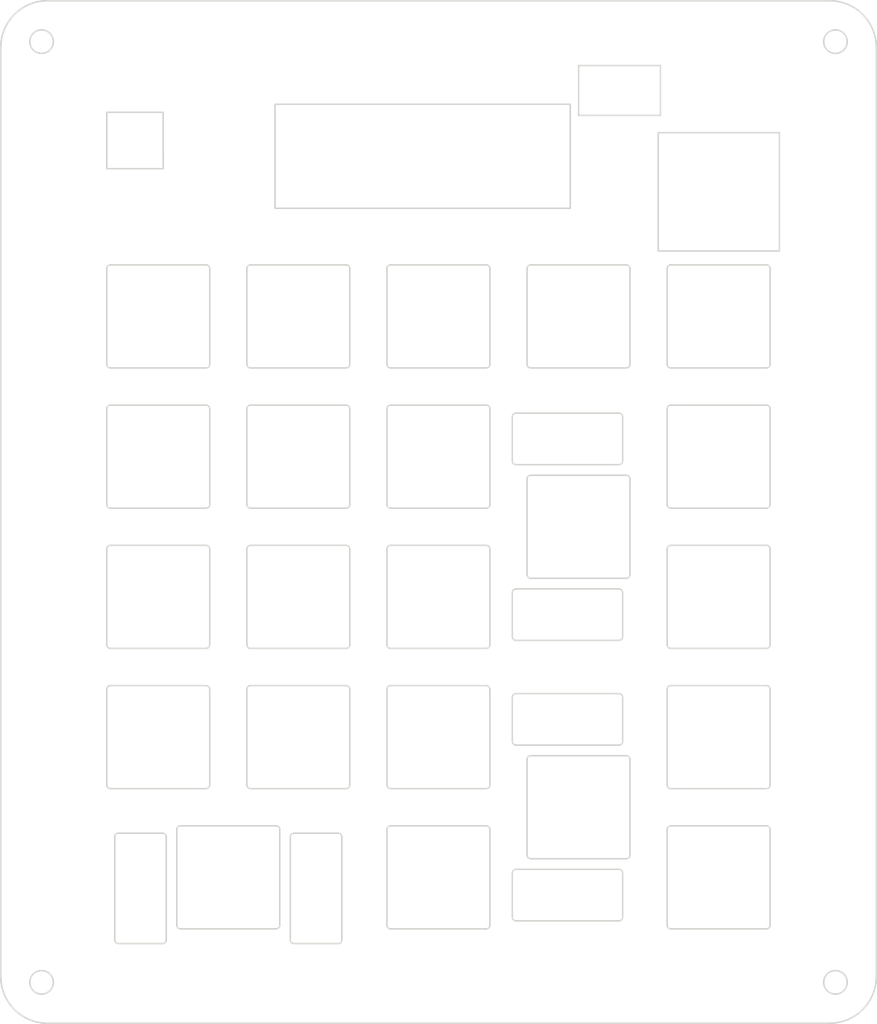
<source format=kicad_pcb>
(kicad_pcb (version 20211014) (generator pcbnew)

  (general
    (thickness 1.6)
  )

  (paper "A4")
  (layers
    (0 "F.Cu" signal)
    (31 "B.Cu" signal)
    (32 "B.Adhes" user "B.Adhesive")
    (33 "F.Adhes" user "F.Adhesive")
    (34 "B.Paste" user)
    (35 "F.Paste" user)
    (36 "B.SilkS" user "B.Silkscreen")
    (37 "F.SilkS" user "F.Silkscreen")
    (38 "B.Mask" user)
    (39 "F.Mask" user)
    (40 "Dwgs.User" user "User.Drawings")
    (41 "Cmts.User" user "User.Comments")
    (42 "Eco1.User" user "User.Eco1")
    (43 "Eco2.User" user "User.Eco2")
    (44 "Edge.Cuts" user)
    (45 "Margin" user)
    (46 "B.CrtYd" user "B.Courtyard")
    (47 "F.CrtYd" user "F.Courtyard")
    (48 "B.Fab" user)
    (49 "F.Fab" user)
    (50 "User.1" user)
    (51 "User.2" user)
    (52 "User.3" user)
    (53 "User.4" user)
    (54 "User.5" user)
    (55 "User.6" user)
    (56 "User.7" user)
    (57 "User.8" user)
    (58 "User.9" user)
  )

  (setup
    (stackup
      (layer "F.SilkS" (type "Top Silk Screen"))
      (layer "F.Paste" (type "Top Solder Paste"))
      (layer "F.Mask" (type "Top Solder Mask") (thickness 0.01))
      (layer "F.Cu" (type "copper") (thickness 0.035))
      (layer "dielectric 1" (type "core") (thickness 1.51) (material "FR4") (epsilon_r 4.5) (loss_tangent 0.02))
      (layer "B.Cu" (type "copper") (thickness 0.035))
      (layer "B.Mask" (type "Bottom Solder Mask") (thickness 0.01))
      (layer "B.Paste" (type "Bottom Solder Paste"))
      (layer "B.SilkS" (type "Bottom Silk Screen"))
      (copper_finish "None")
      (dielectric_constraints no)
    )
    (pad_to_mask_clearance 0)
    (pcbplotparams
      (layerselection 0x0001000_7ffffffe)
      (disableapertmacros false)
      (usegerberextensions true)
      (usegerberattributes false)
      (usegerberadvancedattributes true)
      (creategerberjobfile false)
      (svguseinch false)
      (svgprecision 6)
      (excludeedgelayer true)
      (plotframeref false)
      (viasonmask false)
      (mode 1)
      (useauxorigin false)
      (hpglpennumber 1)
      (hpglpenspeed 20)
      (hpglpendiameter 15.000000)
      (dxfpolygonmode true)
      (dxfimperialunits true)
      (dxfusepcbnewfont true)
      (psnegative false)
      (psa4output false)
      (plotreference true)
      (plotvalue true)
      (plotinvisibletext false)
      (sketchpadsonfab false)
      (subtractmaskfromsilk true)
      (outputformat 3)
      (mirror false)
      (drillshape 0)
      (scaleselection 1)
      (outputdirectory "../")
    )
  )

  (net 0 "")

  (gr_arc (start 121.82485 70.678575) (mid 121.471297 70.532128) (end 121.32485 70.178575) (layer "Edge.Cuts") (width 0.2) (tstamp 0045ef71-cf98-45ad-8259-bc0c09d5afdf))
  (gr_arc (start 102.77485 127.828575) (mid 102.421297 127.682128) (end 102.27485 127.328575) (layer "Edge.Cuts") (width 0.2) (tstamp 009d29b2-89dc-4e25-8c46-1f284b9816d6))
  (gr_line (start 140.37485 95.278575) (end 140.37485 108.278575) (layer "Edge.Cuts") (width 0.2) (tstamp 02752a7f-7989-4274-af3b-43b19343672b))
  (gr_line (start 102.77485 70.678575) (end 115.77485 70.678575) (layer "Edge.Cuts") (width 0.2) (tstamp 0318cba4-faa5-4a6c-ad54-52c5de3cf2cc))
  (gr_line (start 178.47485 57.178575) (end 178.47485 70.178575) (layer "Edge.Cuts") (width 0.2) (tstamp 04450dd5-905f-4ff7-a8c8-93a2154e5e28))
  (gr_line (start 125.14885 34.861375) (end 125.14885 48.990375) (layer "Edge.Cuts") (width 0.2) (tstamp 04a36095-3c5e-4dbb-a311-50acc8d62333))
  (gr_arc (start 159.92485 137.353575) (mid 159.571297 137.207128) (end 159.42485 136.853575) (layer "Edge.Cuts") (width 0.2) (tstamp 04d88d7a-5848-4fe3-a849-142614636bb5))
  (gr_arc (start 172.92485 85.253575) (mid 173.278403 85.400022) (end 173.42485 85.753575) (layer "Edge.Cuts") (width 0.2) (tstamp 05853041-b775-40b7-ac30-5910f9aa0308))
  (gr_arc (start 192.47485 127.328575) (mid 192.328403 127.682128) (end 191.97485 127.828575) (layer "Edge.Cuts") (width 0.2) (tstamp 0613c106-8f40-4145-a011-3172827974cc))
  (gr_line (start 102.27485 57.178575) (end 102.27485 70.178575) (layer "Edge.Cuts") (width 0.2) (tstamp 08758c61-5f69-4a8e-bacc-771f9471b18b))
  (gr_line (start 192.47485 95.278575) (end 192.47485 108.278575) (layer "Edge.Cuts") (width 0.2) (tstamp 09cade0f-5125-48d2-aa2f-08488a2b8488))
  (gr_circle (center 93.41485 26.349325) (end 95.01485 26.349325) (layer "Edge.Cuts") (width 0.2) (fill none) (tstamp 0ce594eb-5d34-4808-8df5-bc55ae8dc344))
  (gr_arc (start 178.47485 133.378575) (mid 178.621297 133.025022) (end 178.97485 132.878575) (layer "Edge.Cuts") (width 0.2) (tstamp 0dbfdcb4-a298-4983-99fd-e5d2d7647746))
  (gr_arc (start 140.87485 89.728575) (mid 140.521297 89.582128) (end 140.37485 89.228575) (layer "Edge.Cuts") (width 0.2) (tstamp 0de21636-2ab6-4aa0-bad0-edffd66076ed))
  (gr_line (start 102.27945 35.953575) (end 109.94085 35.953575) (layer "Edge.Cuts") (width 0.2) (tstamp 1021fc55-795f-4643-9198-c0844b009c33))
  (gr_arc (start 157.42485 101.191575) (mid 157.571297 100.838022) (end 157.92485 100.691575) (layer "Edge.Cuts") (width 0.2) (tstamp 112d5398-3e47-4b9f-896f-3b9931ae4f79))
  (gr_arc (start 171.92485 100.691575) (mid 172.278403 100.838022) (end 172.42485 101.191575) (layer "Edge.Cuts") (width 0.2) (tstamp 11f24407-2876-4128-a4fb-d27da5676a83))
  (gr_line (start 178.97485 75.728575) (end 191.97485 75.728575) (layer "Edge.Cuts") (width 0.2) (tstamp 1234815c-174b-495b-afa4-1b86d7caa9e5))
  (gr_arc (start 157.92485 121.915575) (mid 157.571297 121.769128) (end 157.42485 121.415575) (layer "Edge.Cuts") (width 0.2) (tstamp 1362573c-a977-4377-9430-bfe8f33cd1f8))
  (gr_arc (start 134.82485 75.728575) (mid 135.178403 75.875022) (end 135.32485 76.228575) (layer "Edge.Cuts") (width 0.2) (tstamp 16f93d5e-9367-4792-989e-5bdb252389a1))
  (gr_line (start 171.92485 107.691575) (end 157.92485 107.691575) (layer "Edge.Cuts") (width 0.2) (tstamp 175b8019-2268-45c4-a373-b888b0043bf0))
  (gr_arc (start 159.92485 70.678575) (mid 159.571297 70.532128) (end 159.42485 70.178575) (layer "Edge.Cuts") (width 0.2) (tstamp 17ca6a75-dd1e-41da-a2b5-c46317e8fd78))
  (gr_line (start 193.74485 38.712775) (end 193.74485 54.790975) (layer "Edge.Cuts") (width 0.2) (tstamp 18ad3e7f-22a8-4cde-8f2e-2a006c66fc64))
  (gr_arc (start 140.37485 76.228575) (mid 140.521297 75.875022) (end 140.87485 75.728575) (layer "Edge.Cuts") (width 0.2) (tstamp 1bcd87d0-e8e2-4b56-97d5-17635e63d9d2))
  (gr_line (start 125.79985 133.378575) (end 125.79985 146.378575) (layer "Edge.Cuts") (width 0.2) (tstamp 1c096893-606b-49bf-8059-1371a28d7f81))
  (gr_arc (start 159.92485 99.253575) (mid 159.571297 99.107128) (end 159.42485 98.753575) (layer "Edge.Cuts") (width 0.2) (tstamp 1da27f82-d437-45ce-aacc-0571b3941a4c))
  (gr_arc (start 173.42485 70.178575) (mid 173.278403 70.532128) (end 172.92485 70.678575) (layer "Edge.Cuts") (width 0.2) (tstamp 1e40ea32-ffc2-4613-bd7e-17aa692cd1fa))
  (gr_line (start 112.29985 132.878575) (end 125.29985 132.878575) (layer "Edge.Cuts") (width 0.2) (tstamp 1f9ac579-3e18-4ea3-8797-a395dfd8dc29))
  (gr_arc (start 134.82485 56.678575) (mid 135.178403 56.825022) (end 135.32485 57.178575) (layer "Edge.Cuts") (width 0.2) (tstamp 20059f5c-9d6a-47ca-a521-6d699f75066b))
  (gr_arc (start 173.42485 136.853575) (mid 173.278403 137.207128) (end 172.92485 137.353575) (layer "Edge.Cuts") (width 0.2) (tstamp 22b95165-55c6-48c9-86d7-dc872ffba462))
  (gr_line (start 121.82485 127.828575) (end 134.82485 127.828575) (layer "Edge.Cuts") (width 0.2) (tstamp 25e8ec2f-0bc3-476c-9c05-bda7db69ec2f))
  (gr_line (start 177.26025 38.712775) (end 193.74485 38.712775) (layer "Edge.Cuts") (width 0.2) (tstamp 26ee9056-dbbb-4c51-a257-7efaab3b7907))
  (gr_arc (start 192.47485 70.178575) (mid 192.328403 70.532128) (end 191.97485 70.678575) (layer "Edge.Cuts") (width 0.2) (tstamp 2758501d-5c49-4816-89b0-859bae1f2a3b))
  (gr_line (start 102.77485 127.828575) (end 115.77485 127.828575) (layer "Edge.Cuts") (width 0.2) (tstamp 27d97d0b-c64f-41e5-b5e3-225549394088))
  (gr_arc (start 121.32485 114.328575) (mid 121.471297 113.975022) (end 121.82485 113.828575) (layer "Edge.Cuts") (width 0.2) (tstamp 28255a21-9e47-491c-84fc-9f7c3d8e870f))
  (gr_arc (start 172.42485 83.315575) (mid 172.278403 83.669128) (end 171.92485 83.815575) (layer "Edge.Cuts") (width 0.2) (tstamp 2a005c17-8627-470f-ac73-2584868f3a02))
  (gr_arc (start 140.37485 114.328575) (mid 140.521297 113.975022) (end 140.87485 113.828575) (layer "Edge.Cuts") (width 0.2) (tstamp 2abc2d75-754b-4968-a64c-8b61ae137cab))
  (gr_line (start 103.86185 148.878575) (end 109.86185 148.878575) (layer "Edge.Cuts") (width 0.2) (tstamp 2bbb5315-ed88-4ceb-a4d4-827317e4b93b))
  (gr_line (start 171.92485 76.815575) (end 157.92485 76.815575) (layer "Edge.Cuts") (width 0.2) (tstamp 2f7ff472-5810-4135-8d39-fcb7bfd1cd02))
  (gr_line (start 111.79985 133.378575) (end 111.79985 146.378575) (layer "Edge.Cuts") (width 0.2) (tstamp 2fd4370b-d5f6-464a-a20d-99c058d53f05))
  (gr_line (start 178.97485 146.878575) (end 191.97485 146.878575) (layer "Edge.Cuts") (width 0.2) (tstamp 2fd66b4c-da07-4c1a-a14a-6f64821d3c94))
  (gr_line (start 192.47485 133.378575) (end 192.47485 146.378575) (layer "Edge.Cuts") (width 0.2) (tstamp 30a5ded2-8eac-4f21-aa8b-a97dc8da673b))
  (gr_arc (start 153.87485 75.728575) (mid 154.228403 75.875022) (end 154.37485 76.228575) (layer "Edge.Cuts") (width 0.2) (tstamp 326dcd7b-3451-4750-b237-8142883e8ef0))
  (gr_arc (start 140.37485 133.378575) (mid 140.521297 133.025022) (end 140.87485 132.878575) (layer "Edge.Cuts") (width 0.2) (tstamp 345dc83f-cd2f-4925-b709-c5028402b153))
  (gr_arc (start 103.86185 148.878575) (mid 103.508297 148.732128) (end 103.36185 148.378575) (layer "Edge.Cuts") (width 0.2) (tstamp 36c1c7c2-ca5b-4c97-92bd-5d94cc3c983d))
  (gr_line (start 172.42485 115.415575) (end 172.42485 121.415575) (layer "Edge.Cuts") (width 0.2) (tstamp 37d9ff01-153e-49c3-92d3-38155f69c0cc))
  (gr_line (start 172.92485 85.253575) (end 159.92485 85.253575) (layer "Edge.Cuts") (width 0.2) (tstamp 3857dbc9-22ee-41c8-a8be-8d0a492f1f51))
  (gr_arc (start 115.77485 94.778575) (mid 116.128403 94.925022) (end 116.27485 95.278575) (layer "Edge.Cuts") (width 0.2) (tstamp 398428a7-4fa0-40b2-bef4-fcc7ea514791))
  (gr_line (start 121.32485 76.228575) (end 121.32485 89.228575) (layer "Edge.Cuts") (width 0.2) (tstamp 39d0ea77-dded-4949-ac8f-ed8b5ea854c1))
  (gr_arc (start 200.5711 20.793075) (mid 205.061196 22.652965) (end 206.9211 27.143075) (layer "Edge.Cuts") (width 0.2) (tstamp 3a62839c-4540-46e8-b405-46f93e15c2ca))
  (gr_line (start 121.32485 57.178575) (end 121.32485 70.178575) (layer "Edge.Cuts") (width 0.2) (tstamp 3a68aa5e-fe70-4f06-b9a7-53c82fe643ee))
  (gr_line (start 121.32485 114.328575) (end 121.32485 127.328575) (layer "Edge.Cuts") (width 0.2) (tstamp 3c02df7b-7444-4792-9576-71f22000f19f))
  (gr_arc (start 159.42485 85.753575) (mid 159.571297 85.400022) (end 159.92485 85.253575) (layer "Edge.Cuts") (width 0.2) (tstamp 3c78ebd4-e4d3-420f-83fe-8e93e4f6aea2))
  (gr_line (start 87.8586 27.143075) (end 87.8586 153.349325) (layer "Edge.Cuts") (width 0.2) (tstamp 3d4492ca-ac2b-40cf-8fe1-7674e1a63bf4))
  (gr_arc (start 102.27485 114.328575) (mid 102.421297 113.975022) (end 102.77485 113.828575) (layer "Edge.Cuts") (width 0.2) (tstamp 3da8d90e-2a75-4519-a104-bdc912ee460a))
  (gr_line (start 102.27945 35.953575) (end 102.27945 43.589575) (layer "Edge.Cuts") (width 0.2) (tstamp 3dc13068-c166-4b12-a752-b0ff63561993))
  (gr_arc (start 157.42485 139.291575) (mid 157.571297 138.938022) (end 157.92485 138.791575) (layer "Edge.Cuts") (width 0.2) (tstamp 3e410ed8-5bf3-4f57-b6d5-83af856077d5))
  (gr_line (start 121.82485 94.778575) (end 134.82485 94.778575) (layer "Edge.Cuts") (width 0.2) (tstamp 3e689f47-aae5-41ab-8096-19509943c2ce))
  (gr_arc (start 191.97485 132.878575) (mid 192.328403 133.025022) (end 192.47485 133.378575) (layer "Edge.Cuts") (width 0.2) (tstamp 3feae2d3-5ad6-41df-9e2a-3ff26f97c91c))
  (gr_line (start 171.92485 100.691575) (end 157.92485 100.691575) (layer "Edge.Cuts") (width 0.2) (tstamp 4037730f-83c0-4c82-b5f5-01ef4d682bba))
  (gr_line (start 110.36185 134.378575) (end 110.36185 148.378575) (layer "Edge.Cuts") (width 0.2) (tstamp 41765c15-7b6a-4c19-957c-ed28ac321e18))
  (gr_line (start 154.37485 133.378575) (end 154.37485 146.378575) (layer "Edge.Cuts") (width 0.2) (tstamp 41e69fcc-da95-4c2f-8c64-546348c29a6b))
  (gr_arc (start 140.87485 108.778575) (mid 140.521297 108.632128) (end 140.37485 108.278575) (layer "Edge.Cuts") (width 0.2) (tstamp 421c1736-5b26-4d2d-a58f-484f9f3c79ba))
  (gr_line (start 154.37485 57.178575) (end 154.37485 70.178575) (layer "Edge.Cuts") (width 0.2) (tstamp 4379bd27-65c8-4ae5-b8f5-4ad1598d47bb))
  (gr_arc (start 153.87485 56.678575) (mid 154.228403 56.825022) (end 154.37485 57.178575) (layer "Edge.Cuts") (width 0.2) (tstamp 44c73839-daf0-48e1-bfd0-56daaf959be6))
  (gr_arc (start 178.97485 70.678575) (mid 178.621297 70.532128) (end 178.47485 70.178575) (layer "Edge.Cuts") (width 0.2) (tstamp 45a12842-dbfd-4833-9ddb-14a86185fe5b))
  (gr_arc (start 154.37485 146.378575) (mid 154.228403 146.732128) (end 153.87485 146.878575) (layer "Edge.Cuts") (width 0.2) (tstamp 47e1a0da-0f43-4607-a722-a4fc1aa7a713))
  (gr_line (start 121.82485 89.728575) (end 134.82485 89.728575) (layer "Edge.Cuts") (width 0.2) (tstamp 497d9e4b-5ff0-4aa3-b1a7-0d9227894a56))
  (gr_arc (start 172.42485 107.191575) (mid 172.278403 107.545128) (end 171.92485 107.691575) (layer "Edge.Cuts") (width 0.2) (tstamp 4b21e9bd-5cc7-4adc-880f-9acd82ead138))
  (gr_arc (start 116.27485 70.178575) (mid 116.128403 70.532128) (end 115.77485 70.678575) (layer "Edge.Cuts") (width 0.2) (tstamp 4b3adcf4-878d-4189-8b59-bfc298f81fec))
  (gr_arc (start 111.79985 133.378575) (mid 111.946297 133.025022) (end 112.29985 132.878575) (layer "Edge.Cuts") (width 0.2) (tstamp 4bb84f5e-801d-4098-8a15-e9b616eed857))
  (gr_circle (center 201.36485 26.349325) (end 202.96485 26.349325) (layer "Edge.Cuts") (width 0.2) (fill none) (tstamp 4bc074b6-b5f8-4b46-92ab-4ea6ae700489))
  (gr_line (start 140.87485 127.828575) (end 153.87485 127.828575) (layer "Edge.Cuts") (width 0.2) (tstamp 4c2b915d-68c0-4824-b862-28132eed8432))
  (gr_arc (start 191.97485 56.678575) (mid 192.328403 56.825022) (end 192.47485 57.178575) (layer "Edge.Cuts") (width 0.2) (tstamp 4c84aad5-0e24-41d2-92b3-eeb52dc4059c))
  (gr_line (start 127.73785 148.878575) (end 133.73785 148.878575) (layer "Edge.Cuts") (width 0.2) (tstamp 4cad95aa-39c1-4398-956a-f439b1e10553))
  (gr_arc (start 135.32485 127.328575) (mid 135.178403 127.682128) (end 134.82485 127.828575) (layer "Edge.Cuts") (width 0.2) (tstamp 4cec9d98-bb08-4a26-990e-9aba7e8a6288))
  (gr_line (start 103.86185 133.878575) (end 109.86185 133.878575) (layer "Edge.Cuts") (width 0.2) (tstamp 4db9e702-0dbb-4ebb-a034-8d899c496ce2))
  (gr_arc (start 159.42485 123.853575) (mid 159.571297 123.500022) (end 159.92485 123.353575) (layer "Edge.Cuts") (width 0.2) (tstamp 4ea2ce6a-1575-4c32-a78b-832f31dd9ddd))
  (gr_arc (start 115.77485 56.678575) (mid 116.128403 56.825022) (end 116.27485 57.178575) (layer "Edge.Cuts") (width 0.2) (tstamp 4ec38cda-6564-4bdf-84f5-487c5f965264))
  (gr_line (start 102.77485 113.828575) (end 115.77485 113.828575) (layer "Edge.Cuts") (width 0.2) (tstamp 4f60b613-45b4-4a11-8dd0-780b59d4ac5e))
  (gr_line (start 159.42485 85.753575) (end 159.42485 98.753575) (layer "Edge.Cuts") (width 0.2) (tstamp 50985524-3179-4725-a0b8-2259dd24edf5))
  (gr_arc (start 178.47485 57.178575) (mid 178.621297 56.825022) (end 178.97485 56.678575) (layer "Edge.Cuts") (width 0.2) (tstamp 50beb128-a39b-4b1b-95c6-9cb2d4d61ffd))
  (gr_line (start 178.97485 108.778575) (end 191.97485 108.778575) (layer "Edge.Cuts") (width 0.2) (tstamp 5137fbc2-c823-4e6c-8673-9cfefd060062))
  (gr_line (start 102.77485 108.778575) (end 115.77485 108.778575) (layer "Edge.Cuts") (width 0.2) (tstamp 51f5c8a1-6ad3-42ff-a9f6-092bf665912e))
  (gr_line (start 178.47485 95.278575) (end 178.47485 108.278575) (layer "Edge.Cuts") (width 0.2) (tstamp 530e3473-1776-42a2-88e9-66ac5d6530aa))
  (gr_line (start 157.42485 139.291575) (end 157.42485 145.291575) (layer "Edge.Cuts") (width 0.2) (tstamp 53d184b9-0bd9-4546-a699-25453ea6e270))
  (gr_arc (start 102.77485 70.678575) (mid 102.421297 70.532128) (end 102.27485 70.178575) (layer "Edge.Cuts") (width 0.2) (tstamp 545a9895-c818-4eb9-bfc9-9a549fabfd22))
  (gr_line (start 172.92485 123.353575) (end 159.92485 123.353575) (layer "Edge.Cuts") (width 0.2) (tstamp 548226d6-c5a5-45f7-bbed-f973c0152904))
  (gr_arc (start 172.92485 123.353575) (mid 173.278403 123.500022) (end 173.42485 123.853575) (layer "Edge.Cuts") (width 0.2) (tstamp 56c24d99-6209-4fa9-94c8-99e3b7e581c2))
  (gr_arc (start 154.37485 70.178575) (mid 154.228403 70.532128) (end 153.87485 70.678575) (layer "Edge.Cuts") (width 0.2) (tstamp 57a8f2e5-53e9-42ce-b684-c66512c24740))
  (gr_line (start 172.42485 101.191575) (end 172.42485 107.191575) (layer "Edge.Cuts") (width 0.2) (tstamp 58a63447-c9e7-4021-807c-e7b4c1c14fcd))
  (gr_line (start 140.87485 132.878575) (end 153.87485 132.878575) (layer "Edge.Cuts") (width 0.2) (tstamp 59db8461-cb94-42f9-8bd7-7e29924cb7d9))
  (gr_line (start 173.42485 85.753575) (end 173.42485 98.753575) (layer "Edge.Cuts") (width 0.2) (tstamp 5bb60472-237c-4c2e-925e-690fbcf18c3a))
  (gr_line (start 172.42485 77.315575) (end 172.42485 83.315575) (layer "Edge.Cuts") (width 0.2) (tstamp 5c5adcbb-483a-4616-9d48-67ed18c1ed30))
  (gr_line (start 121.32485 95.278575) (end 121.32485 108.278575) (layer "Edge.Cuts") (width 0.2) (tstamp 5cd0cd8d-8dc9-4698-b5e4-91f776cea5f2))
  (gr_line (start 159.92485 70.678575) (end 172.92485 70.678575) (layer "Edge.Cuts") (width 0.2) (tstamp 5ef1003a-b95e-4560-9800-fcb0cd7d0cdb))
  (gr_arc (start 127.23785 134.378575) (mid 127.384297 134.025022) (end 127.73785 133.878575) (layer "Edge.Cuts") (width 0.2) (tstamp 5f4ea3bc-7913-42d4-9ba8-a76f76f10139))
  (gr_line (start 159.92485 56.678575) (end 172.92485 56.678575) (layer "Edge.Cuts") (width 0.2) (tstamp 5f57a9ce-f877-4bae-ae39-d622794064f4))
  (gr_arc (start 121.82485 127.828575) (mid 121.471297 127.682128) (end 121.32485 127.328575) (layer "Edge.Cuts") (width 0.2) (tstamp 5f99fc5d-41ca-444c-9376-7d055b8ace12))
  (gr_line (start 167.53205 36.375975) (end 166.43985 36.375975) (layer "Edge.Cuts") (width 0.2) (tstamp 603b7b88-5d66-42f9-a98f-5acc65da140e))
  (gr_arc (start 178.97485 127.828575) (mid 178.621297 127.682128) (end 178.47485 127.328575) (layer "Edge.Cuts") (width 0.2) (tstamp 6048921c-e694-46b7-9be9-329aee3f8184))
  (gr_arc (start 140.37485 95.278575) (mid 140.521297 94.925022) (end 140.87485 94.778575) (layer "Edge.Cuts") (width 0.2) (tstamp 608b3570-3b3b-42ee-8260-1207376e24f9))
  (gr_line (start 177.56505 29.594175) (end 177.56505 36.375975) (layer "Edge.Cuts") (width 0.2) (tstamp 60b145cf-e776-4d0b-8a59-907d325ee932))
  (gr_line (start 134.23785 134.378575) (end 134.23785 148.378575) (layer "Edge.Cuts") (width 0.2) (tstamp 616a821d-431a-463a-aa00-d5fea860efc2))
  (gr_arc (start 157.92485 107.691575) (mid 157.571297 107.545128) (end 157.42485 107.191575) (layer "Edge.Cuts") (width 0.2) (tstamp 61b7732f-f26e-49a8-82db-bc9da2bb39d6))
  (gr_arc (start 157.42485 115.415575) (mid 157.571297 115.062022) (end 157.92485 114.915575) (layer "Edge.Cuts") (width 0.2) (tstamp 6292ba8f-f65a-472f-b604-8bdcb18f277c))
  (gr_line (start 192.47485 114.328575) (end 192.47485 127.328575) (layer "Edge.Cuts") (width 0.2) (tstamp 65d7e3b0-a10d-49d6-ac84-f309694db7ae))
  (gr_arc (start 153.87485 113.828575) (mid 154.228403 113.975022) (end 154.37485 114.328575) (layer "Edge.Cuts") (width 0.2) (tstamp 692c250d-1d45-4ead-aabe-e0a2d807ca75))
  (gr_line (start 127.23785 134.378575) (end 127.23785 148.378575) (layer "Edge.Cuts") (width 0.2) (tstamp 69e357b0-2163-4745-b96c-89b82a5fe3b4))
  (gr_line (start 116.27485 57.178575) (end 116.27485 70.178575) (layer "Edge.Cuts") (width 0.2) (tstamp 6b39dbde-5121-4d60-8211-6ce002b8ec32))
  (gr_arc (start 172.42485 121.415575) (mid 172.278403 121.769128) (end 171.92485 121.915575) (layer "Edge.Cuts") (width 0.2) (tstamp 6bae6221-4756-43ad-8282-0c9400fd746a))
  (gr_line (start 192.47485 76.228575) (end 192.47485 89.228575) (layer "Edge.Cuts") (width 0.2) (tstamp 6c23ccfb-70aa-473a-9928-f237435e5677))
  (gr_line (start 135.32485 57.178575) (end 135.32485 70.178575) (layer "Edge.Cuts") (width 0.2) (tstamp 6d00b5df-fe62-427f-bd3c-2272ee23fe79))
  (gr_line (start 171.92485 138.791575) (end 157.92485 138.791575) (layer "Edge.Cuts") (width 0.2) (tstamp 6efbdd0b-7c96-4727-a16f-56f1b2c45afa))
  (gr_line (start 121.82485 108.778575) (end 134.82485 108.778575) (layer "Edge.Cuts") (width 0.2) (tstamp 6fc50db1-1ad8-43d9-8776-90b98a9ec78a))
  (gr_line (start 172.92485 99.253575) (end 159.92485 99.253575) (layer "Edge.Cuts") (width 0.2) (tstamp 6fd16fd1-929b-4477-aa4a-690bda17c8d6))
  (gr_arc (start 140.37485 57.178575) (mid 140.521297 56.825022) (end 140.87485 56.678575) (layer "Edge.Cuts") (width 0.2) (tstamp 702e0187-97b3-4be7-ab6a-a95666836fac))
  (gr_line (start 140.87485 94.778575) (end 153.87485 94.778575) (layer "Edge.Cuts") (width 0.2) (tstamp 710f99df-d4af-47b2-8af5-9b61f210eebd))
  (gr_line (start 127.73785 133.878575) (end 133.73785 133.878575) (layer "Edge.Cuts") (width 0.2) (tstamp 71158d58-1c01-453b-be64-579bcd882812))
  (gr_arc (start 159.42485 57.178575) (mid 159.571297 56.825022) (end 159.92485 56.678575) (layer "Edge.Cuts") (width 0.2) (tstamp 720322a2-8f50-4f12-b882-0628196ddac4))
  (gr_line (start 159.42485 57.178575) (end 159.42485 70.178575) (layer "Edge.Cuts") (width 0.2) (tstamp 726757b9-54b7-4992-837a-362972a7d28f))
  (gr_arc (start 171.92485 114.915575) (mid 172.278403 115.062022) (end 172.42485 115.415575) (layer "Edge.Cuts") (width 0.2) (tstamp 73e76caf-c277-4514-8c69-dd4b02032594))
  (gr_line (start 178.97485 94.778575) (end 191.97485 94.778575) (layer "Edge.Cuts") (width 0.2) (tstamp 7747a7fb-15f5-4cb1-b470-ab2f561af073))
  (gr_line (start 140.37485 57.178575) (end 140.37485 70.178575) (layer "Edge.Cuts") (width 0.2) (tstamp 777d8987-6924-4800-a296-2addbd95a400))
  (gr_arc (start 102.27485 57.178575) (mid 102.421297 56.825022) (end 102.77485 56.678575) (layer "Edge.Cuts") (width 0.2) (tstamp 77b5fc38-d519-4288-a6a1-8840fe2d38fc))
  (gr_line (start 140.87485 113.828575) (end 153.87485 113.828575) (layer "Edge.Cuts") (width 0.2) (tstamp 7a831f6c-a3ee-404f-b60a-06c147e8d916))
  (gr_line (start 192.47485 57.178575) (end 192.47485 70.178575) (layer "Edge.Cuts") (width 0.2) (tstamp 7be2b4bb-e9cb-459e-af60-dacd9ec08e2a))
  (gr_arc (start 115.77485 75.728575) (mid 116.128403 75.875022) (end 116.27485 76.228575) (layer "Edge.Cuts") (width 0.2) (tstamp 7c2224c2-7d12-4f9a-9e92-6daac737d7f7))
  (gr_line (start 116.27485 76.228575) (end 116.27485 89.228575) (layer "Edge.Cuts") (width 0.2) (tstamp 7cdfa3b9-5306-44ba-8ac2-d5e8f31d7b80))
  (gr_arc (start 115.77485 113.828575) (mid 116.128403 113.975022) (end 116.27485 114.328575) (layer "Edge.Cuts") (width 0.2) (tstamp 7d6ea6be-73c0-464d-92ca-a984dbcda64b))
  (gr_arc (start 172.92485 56.678575) (mid 173.278403 56.825022) (end 173.42485 57.178575) (layer "Edge.Cuts") (width 0.2) (tstamp 7e7faf67-0639-48ae-9aae-aaa6a36702bd))
  (gr_arc (start 125.29985 132.878575) (mid 125.653403 133.025022) (end 125.79985 133.378575) (layer "Edge.Cuts") (width 0.2) (tstamp 7f2581bd-e75e-4c37-bf55-4c4c8322f6ff))
  (gr_line (start 121.82485 113.828575) (end 134.82485 113.828575) (layer "Edge.Cuts") (width 0.2) (tstamp 805950e6-7304-4e7f-8617-d65c7c50b983))
  (gr_line (start 177.26025 38.712775) (end 177.26025 54.790975) (layer "Edge.Cuts") (width 0.2) (tstamp 810201c1-e5e8-4c68-8585-bc4c93ee6cfc))
  (gr_arc (start 157.42485 77.315575) (mid 157.571297 76.962022) (end 157.92485 76.815575) (layer "Edge.Cuts") (width 0.2) (tstamp 823a7159-9c0d-48c3-a41c-a45249557f12))
  (gr_arc (start 192.47485 108.278575) (mid 192.328403 108.632128) (end 191.97485 108.778575) (layer "Edge.Cuts") (width 0.2) (tstamp 84099ba9-3e17-42e5-ad47-033e57439a8f))
  (gr_line (start 206.9211 153.349325) (end 206.9211 27.143075) (layer "Edge.Cuts") (width 0.2) (tstamp 881c1011-d8fa-4e1c-9753-b9b901198534))
  (gr_line (start 178.97485 56.678575) (end 191.97485 56.678575) (layer "Edge.Cuts") (width 0.2) (tstamp 88b7bdbc-ea4a-4ba8-929b-86a77288792a))
  (gr_arc (start 153.87485 94.778575) (mid 154.228403 94.925022) (end 154.37485 95.278575) (layer "Edge.Cuts") (width 0.2) (tstamp 890c06af-1f6a-47cb-a015-457a810c5320))
  (gr_arc (start 178.97485 108.778575) (mid 178.621297 108.632128) (end 178.47485 108.278575) (layer "Edge.Cuts") (width 0.2) (tstamp 8911792e-b224-475a-89b5-04fdd1afb520))
  (gr_line (start 154.37485 95.278575) (end 154.37485 108.278575) (layer "Edge.Cuts") (width 0.2) (tstamp 8975eb86-3426-49e5-ac4d-9e51deb2cfc1))
  (gr_line (start 172.42485 139.291575) (end 172.42485 145.291575) (layer "Edge.Cuts") (width 0.2) (tstamp 8d0cb817-ce53-4983-a521-dd49bb47980a))
  (gr_line (start 193.74485 54.790975) (end 177.26025 54.790975) (layer "Edge.Cuts") (width 0.2) (tstamp 8dae42e6-2829-4256-bd17-4703fe00fa4f))
  (gr_arc (start 140.87485 127.828575) (mid 140.521297 127.682128) (end 140.37485 127.328575) (layer "Edge.Cuts") (width 0.2) (tstamp 8e69feff-e73f-4414-b92a-d99607f49360))
  (gr_arc (start 192.47485 146.378575) (mid 192.328403 146.732128) (end 191.97485 146.878575) (layer "Edge.Cuts") (width 0.2) (tstamp 8efa1f20-249f-4152-b243-dc3cf391604d))
  (gr_arc (start 133.73785 133.878575) (mid 134.091403 134.025022) (end 134.23785 134.378575) (layer "Edge.Cuts") (width 0.2) (tstamp 91c58d86-a7ea-49cf-9e4a-d6c1413a028d))
  (gr_line (start 167.53205 29.594175) (end 177.56505 29.594175) (layer "Edge.Cuts") (width 0.2) (tstamp 91e39b2c-3d56-4e22-a679-e1e468cb7eeb))
  (gr_arc (start 171.92485 138.791575) (mid 172.278403 138.938022) (end 172.42485 139.291575) (layer "Edge.Cuts") (width 0.2) (tstamp 9215b940-1e73-470d-b92e-9f7a9a86c788))
  (gr_arc (start 109.86185 133.878575) (mid 110.215403 134.025022) (end 110.36185 134.378575) (layer "Edge.Cuts") (width 0.2) (tstamp 927b780d-e5b5-4092-b55e-5da76181fc50))
  (gr_arc (start 173.42485 98.753575) (mid 173.278403 99.107128) (end 172.92485 99.253575) (layer "Edge.Cuts") (width 0.2) (tstamp 949c03d8-e204-4948-85c0-1466dfd886fe))
  (gr_line (start 165.30345 48.990375) (end 165.30345 34.861375) (layer "Edge.Cuts") (width 0.2) (tstamp 95f66a94-ed30-4792-ac2a-677f2086e7a5))
  (gr_arc (start 191.97485 113.828575) (mid 192.328403 113.975022) (end 192.47485 114.328575) (layer "Edge.Cuts") (width 0.2) (tstamp 96328768-4cd0-4a3c-925e-9fa4831c332e))
  (gr_line (start 172.92485 137.353575) (end 159.92485 137.353575) (layer "Edge.Cuts") (width 0.2) (tstamp 963a7add-ab2b-43e6-aa5d-99fc109a0e5e))
  (gr_arc (start 116.27485 127.328575) (mid 116.128403 127.682128) (end 115.77485 127.828575) (layer "Edge.Cuts") (width 0.2) (tstamp 9808ccea-5fdc-4b08-b618-b186d15b4ba1))
  (gr_line (start 121.82485 70.678575) (end 134.82485 70.678575) (layer "Edge.Cuts") (width 0.2) (tstamp 98313618-d97e-4ea3-8d79-5a8200bb8c58))
  (gr_line (start 159.42485 123.853575) (end 159.42485 136.853575) (layer "Edge.Cuts") (width 0.2) (tstamp 98fd72be-d300-4c53-848a-4d7932f3e641))
  (gr_line (start 135.32485 95.278575) (end 135.32485 108.278575) (layer "Edge.Cuts") (width 0.2) (tstamp 9a9a7982-3a6f-4141-a8d6-fb1c9475622c))
  (gr_arc (start 94.2086 159.699325) (mid 89.718487 157.839438) (end 87.8586 153.349325) (layer "Edge.Cuts") (width 0.2) (tstamp 9ba5dd1b-ee89-465e-9b6f-224564a5701e))
  (gr_arc (start 191.97485 75.728575) (mid 192.328403 75.875022) (end 192.47485 76.228575) (layer "Edge.Cuts") (width 0.2) (tstamp 9c24028d-a019-4897-b28e-b388c129a6ae))
  (gr_line (start 140.87485 89.728575) (end 153.87485 89.728575) (layer "Edge.Cuts") (width 0.2) (tstamp a154a2e9-6c71-4919-b0b0-99f47c209275))
  (gr_line (start 178.47485 133.378575) (end 178.47485 146.378575) (layer "Edge.Cuts") (width 0.2) (tstamp a17d3f82-7d28-4277-ab3c-4979de035566))
  (gr_arc (start 191.97485 94.778575) (mid 192.328403 94.925022) (end 192.47485 95.278575) (layer "Edge.Cuts") (width 0.2) (tstamp a424c4ae-f33a-4d56-9170-5317949a02d9))
  (gr_arc (start 121.82485 108.778575) (mid 121.471297 108.632128) (end 121.32485 108.278575) (layer "Edge.Cuts") (width 0.2) (tstamp a58b52d6-d810-452b-be9c-2078c86feefe))
  (gr_arc (start 103.36185 134.378575) (mid 103.508297 134.025022) (end 103.86185 133.878575) (layer "Edge.Cuts") (width 0.2) (tstamp a5c9bf76-ee88-4bc0-aecf-f6bc75e2646c))
  (gr_line (start 171.92485 83.815575) (end 157.92485 83.815575) (layer "Edge.Cuts") (width 0.2) (tstamp a6cc57f0-4a07-46a1-93d2-7efd877b880b))
  (gr_line (start 121.82485 56.678575) (end 134.82485 56.678575) (layer "Edge.Cuts") (width 0.2) (tstamp a6e9c445-24d6-4e02-ab51-61be81f3b82b))
  (gr_arc (start 135.32485 89.228575) (mid 135.178403 89.582128) (end 134.82485 89.728575) (layer "Edge.Cuts") (width 0.2) (tstamp a75137b7-f687-4570-9ff0-7e39a0fb18e6))
  (gr_line (start 135.32485 114.328575) (end 135.32485 127.328575) (layer "Edge.Cuts") (width 0.2) (tstamp a89c6e05-db8b-4363-9a8d-1028212a4321))
  (gr_arc (start 154.37485 127.328575) (mid 154.228403 127.682128) (end 153.87485 127.828575) (layer "Edge.Cuts") (width 0.2) (tstamp a9489e7f-2e25-45b2-a948-32ceb9520f8f))
  (gr_line (start 102.77485 75.728575) (end 115.77485 75.728575) (layer "Edge.Cuts") (width 0.2) (tstamp a94c2a94-dd3e-4c46-8d8f-8ba60f322957))
  (gr_line (start 102.27485 76.228575) (end 102.27485 89.228575) (layer "Edge.Cuts") (width 0.2) (tstamp abece88e-3247-4ea6-b803-21420bd5035f))
  (gr_arc (start 178.47485 95.278575) (mid 178.621297 94.925022) (end 178.97485 94.778575) (layer "Edge.Cuts") (width 0.2) (tstamp af85b6ef-8289-4589-9aca-7f28ccd7dd44))
  (gr_line (start 178.47485 76.228575) (end 178.47485 89.228575) (layer "Edge.Cuts") (width 0.2) (tstamp b0f853f2-7893-466f-8a62-5e7dc0adf8e7))
  (gr_line (start 171.92485 121.915575) (end 157.92485 121.915575) (layer "Edge.Cuts") (width 0.2) (tstamp b2813bd1-3a18-4532-8d7e-77a09ccecc74))
  (gr_line (start 200.5711 20.793075) (end 94.2086 20.793075) (layer "Edge.Cuts") (width 0.2) (tstamp b28735c0-5103-4fae-98a1-b693224e13ba))
  (gr_line (start 102.77485 56.678575) (end 115.77485 56.678575) (layer "Edge.Cuts") (width 0.2) (tstamp b5e1a9ad-2f7f-48e4-b9fa-9d10cad68615))
  (gr_arc (start 206.9211 153.349325) (mid 205.061228 157.839453) (end 200.5711 159.699325) (layer "Edge.Cuts") (width 0.2) (tstamp b989a827-7c11-4160-b6dd-273a9ea5678d))
  (gr_line (start 140.87485 70.678575) (end 153.87485 70.678575) (layer "Edge.Cuts") (width 0.2) (tstamp b98dd6a0-f603-4372-8fff-ce8ca6628a50))
  (gr_line (start 102.77485 94.778575) (end 115.77485 94.778575) (layer "Edge.Cuts") (width 0.2) (tstamp bb8aa049-ae6f-414d-8e30-8d75400fcd1b))
  (gr_line (start 165.30345 48.990375) (end 125.16485 48.990375) (layer "Edge.Cuts") (width 0.2) (tstamp bf377b3f-73d4-433b-8567-b6bd2b7d5414))
  (gr_arc (start 116.27485 89.228575) (mid 116.128403 89.582128) (end 115.77485 89.728575) (layer "Edge.Cuts") (width 0.2) (tstamp c1c20afb-2a0f-4fea-8546-c35e8e883937))
  (gr_line (start 165.28745 34.861375) (end 125.14885 34.861375) (layer "Edge.Cuts") (width 0.2) (tstamp c3f9609e-4988-4d81-b0e8-c191de064d6b))
  (gr_line (start 171.92485 114.915575) (end 157.92485 114.915575) (layer "Edge.Cuts") (width 0.2) (tstamp c6d3c498-1321-438d-a1c7-0edc16643973))
  (gr_line (start 154.37485 114.328575) (end 154.37485 127.328575) (layer "Edge.Cuts") (width 0.2) (tstamp c77ecec7-a8d0-4867-8f03-a1326d7d7634))
  (gr_arc (start 102.27485 76.228575) (mid 102.421297 75.875022) (end 102.77485 75.728575) (layer "Edge.Cuts") (width 0.2) (tstamp c7c3272c-b5c3-4c91-b95f-bf82eaddc705))
  (gr_arc (start 135.32485 70.178575) (mid 135.178403 70.532128) (end 134.82485 70.678575) (layer "Edge.Cuts") (width 0.2) (tstamp c8b40a7a-9b8a-440a-8bed-f474ce07da41))
  (gr_arc (start 178.97485 146.878575) (mid 178.621297 146.732128) (end 178.47485 146.378575) (layer "Edge.Cuts") (width 0.2) (tstamp c994ad0d-4a6e-48dc-bacb-a795d6e627f6))
  (gr_line (start 112.29985 146.878575) (end 125.29985 146.878575) (layer "Edge.Cuts") (width 0.2) (tstamp c9a4fac6-2bf3-41ba-9836-487106f661dc))
  (gr_arc (start 135.32485 108.278575) (mid 135.178403 108.632128) (end 134.82485 108.778575) (layer "Edge.Cuts") (width 0.2) (tstamp d02a2249-2136-4630-82d1-436eaf62cccc))
  (gr_arc (start 102.27485 95.278575) (mid 102.421297 94.925022) (end 102.77485 94.778575) (layer "Edge.Cuts") (width 0.2) (tstamp d13a786c-1500-406d-a045-fa683950c030))
  (gr_arc (start 134.82485 113.828575) (mid 135.178403 113.975022) (end 135.32485 114.328575) (layer "Edge.Cuts") (width 0.2) (tstamp d1613988-6c1f-4026-b7bd-885863550cf2))
  (gr_arc (start 192.47485 89.228575) (mid 192.328403 89.582128) (end 191.97485 89.728575) (layer "Edge.Cuts") (width 0.2) (tstamp d1bbd2ee-437c-4ddc-8b6d-d336118256ef))
  (gr_arc (start 157.92485 145.791575) (mid 157.571297 145.645128) (end 157.42485 145.291575) (layer "Edge.Cuts") (width 0.2) (tstamp d2050cf2-296c-4a74-9580-428f921351f1))
  (gr_arc (start 121.82485 89.728575) (mid 121.471297 89.582128) (end 121.32485 89.228575) (layer "Edge.Cuts") (width 0.2) (tstamp d29eec04-9a2a-4f7e-af56-7973e95d2ae2))
  (gr_line (start 140.87485 146.878575) (end 153.87485 146.878575) (layer "Edge.Cuts") (width 0.2) (tstamp d2ca7563-8aee-44cc-84a8-643b71d10653))
  (gr_line (start 178.97485 113.828575) (end 191.97485 113.828575) (layer "Edge.Cuts") (width 0.2) (tstamp d2ebda0f-5237-4e62-b8d0-9e312783d62f))
  (gr_arc (start 140.87485 70.678575) (mid 140.521297 70.532128) (end 140.37485 70.178575) (layer "Edge.Cuts") (width 0.2) (tstamp d30b66d3-79eb-47cf-bae4-650367c689fd))
  (gr_line (start 102.27485 114.328575) (end 102.27485 127.328575) (layer "Edge.Cuts") (width 0.2) (tstamp d3337ef7-3383-4d64-9920-499e1323c1bf))
  (gr_line (start 178.47485 114.328575) (end 178.47485 127.328575) (layer "Edge.Cuts") (width 0.2) (tstamp d5fb2b0d-01a8-46b8-84aa-efa5c60e35f0))
  (gr_arc (start 178.47485 76.228575) (mid 178.621297 75.875022) (end 178.97485 75.728575) (layer "Edge.Cuts") (width 0.2) (tstamp d6e1bc1f-f888-45b2-aab6-349415bb78a5))
  (gr_line (start 173.42485 57.178575) (end 173.42485 70.178575) (layer "Edge.Cuts") (width 0.2) (tstamp d704dfdf-4247-403d-8624-ce0b406cce2f))
  (gr_line (start 116.27485 114.328575) (end 116.27485 127.328575) (layer "Edge.Cuts") (width 0.2) (tstamp d891fdb3-551d-46db-b848-c7d875faccea))
  (gr_line (start 157.42485 101.191575) (end 157.42485 107.191575) (layer "Edge.Cuts") (width 0.2) (tstamp d9148075-cf12-4529-b9cb-8d9ea83d74ca))
  (gr_circle (center 93.41485 154.143075) (end 95.01485 154.143075) (layer "Edge.Cuts") (width 0.2) (fill none) (tstamp d925ad0c-45a0-41c4-adf8-50ea4b7c5189))
  (gr_arc (start 171.92485 76.815575) (mid 172.278403 76.962022) (end 172.42485 77.315575) (layer "Edge.Cuts") (width 0.2) (tstamp d95acf24-fc78-4348-9a96-5cf126269b89))
  (gr_arc (start 110.36185 148.378575) (mid 110.215403 148.732128) (end 109.86185 148.878575) (layer "Edge.Cuts") (width 0.2) (tstamp da3abb68-0171-4f48-8a65-50b05d2f45c3))
  (gr_line (start 178.97485 89.728575) (end 191.97485 89.728575) (layer "Edge.Cuts") (width 0.2) (tstamp de1e5593-2aba-44da-b95b-b53120338626))
  (gr_arc (start 125.79985 146.378575) (mid 125.653403 146.732128) (end 125.29985 146.878575) (layer "Edge.Cuts") (width 0.2) (tstamp dff6f845-3829-4ee1-aff1-fe5079cab1fd))
  (gr_arc (start 157.92485 83.815575) (mid 157.571297 83.669128) (end 157.42485 83.315575) (layer "Edge.Cuts") (width 0.2) (tstamp e15f478a-6617-4b50-b01f-9a48f02a087a))
  (gr_line (start 135.32485 76.228575) (end 135.32485 89.228575) (layer "Edge.Cuts") (width 0.2) (tstamp e167ca88-bf32-4de0-badf-0f2eda10b2c0))
  (gr_line (start 140.87485 108.778575) (end 153.87485 108.778575) (layer "Edge.Cuts") (width 0.2) (tstamp e1a84c5f-1e61-42b3-9fb5-b2fa7957d661))
  (gr_line (start 157.42485 77.315575) (end 157.42485 83.315575) (layer "Edge.Cuts") (width 0.2) (tstamp e1bd298f-25f6-4090-90ac-0f13308bc00f))
  (gr_line (start 94.2086 159.699325) (end 200.5711 159.699325) (layer "Edge.Cuts") (width 0.2) (tstamp e2588a34-7622-466b-bc49-4b324ac74a46))
  (gr_line (start 157.42485 115.415575) (end 157.42485 121.415575) (layer "Edge.Cuts") (width 0.2) (tstamp e437b562-5d17-4501-a69c-8e3a7c7000fc))
  (gr_line (start 102.27485 95.278575) (end 102.27485 108.278575) (layer "Edge.Cuts") (width 0.2) (tstamp e43e1a63-5b03-443d-8f9a-5a1355cc505a))
  (gr_arc (start 112.29985 146.878575) (mid 111.946297 146.732128) (end 111.79985 146.378575) (layer "Edge.Cuts") (width 0.2) (tstamp e494c359-a809-494c-8b01-c6a62ce9b46d))
  (gr_arc (start 127.73785 148.878575) (mid 127.384297 148.732128) (end 127.23785 148.378575) (layer "Edge.Cuts") (width 0.2) (tstamp e5e501f6-2fd8-4ea1-878d-85b86ffaf83d))
  (gr_arc (start 154.37485 108.278575) (mid 154.228403 108.632128) (end 153.87485 108.778575) (layer "Edge.Cuts") (width 0.2) (tstamp e5f4efc3-f42c-48f2-8520-c7d688c3818e))
  (gr_arc (start 116.27485 108.278575) (mid 116.128403 108.632128) (end 115.77485 108.778575) (layer "Edge.Cuts") (width 0.2) (tstamp e764379c-f7a4-4ce0-acdb-03e50e158f8d))
  (gr_arc (start 121.32485 95.278575) (mid 121.471297 94.925022) (end 121.82485 94.778575) (layer "Edge.Cuts") (width 0.2) (tstamp e7719b25-f299-4865-be23-70dadc9c3014))
  (gr_arc (start 87.8586 27.143075) (mid 89.718469 22.652929) (end 94.2086 20.793075) (layer "Edge.Cuts") (width 0.2) (tstamp e9590e53-8b2e-4cc7-bc2d-9831c51ca08f))
  (gr_arc (start 178.97485 89.728575) (mid 178.621297 89.582128) (end 178.47485 89.228575) (layer "Edge.Cuts") (width 0.2) (tstamp ea74cb7a-0e2b-43fd-b3e5-3d618038d45e))
  (gr_line (start 109.95025 43.605575) (end 102.27945 43.605575) (layer "Edge.Cuts") (width 0.2) (tstamp eb72a912-70f0-4a10-ad7e-d232548823aa))
  (gr_line (start 140.87485 75.728575) (end 153.87485 75.728575) (layer "Edge.Cuts") (width 0.2) (tstamp ecdf875e-e6b7-4db0-8766-ad5a0155e4ba))
  (gr_line (start 171.92485 145.791575) (end 157.92485 145.791575) (layer "Edge.Cuts") (width 0.2) (tstamp ece8c2e0-bb46-4c10-9935-3e6e29bccb1d))
  (gr_line (start 166.43985 36.375975) (end 177.56505 36.375975) (layer "Edge.Cuts") (width 0.2) (tstamp ee840669-5813-4bd0-b286-087d26c54608))
  (gr_line (start 103.36185 134.378575) (end 103.36185 148.378575) (layer "Edge.Cuts") (width 0.2) (tstamp eec7ca18-3f21-4387-9c77-cee4d293a624))
  (gr_arc (start 153.87485 132.878575) (mid 154.228403 133.025022) (end 154.37485 133.378575) (layer "Edge.Cuts") (width 0.2) (tstamp ef0dc136-1b78-4aac-8440-596a0b4cc12d))
  (gr_line (start 166.43985 29.594175) (end 166.43985 36.375975) (layer "Edge.Cuts") (width 0.2) (tstamp ef2eb972-a8c0-4f76-b77e-aaf509d23870))
  (gr_arc (start 102.77485 108.778575) (mid 102.421297 108.632128) (end 102.27485 108.278575) (layer "Edge.Cuts") (width 0.2) (tstamp ef575fbe-bc3d-40f8-b0d1-f81004e1f189))
  (gr_line (start 140.37485 114.328575) (end 140.37485 127.328575) (layer "Edge.Cuts") (width 0.2) (tstamp f0388c50-dcb3-4c15-a2ec-1af7a79f61cb))
  (gr_line (start 178.97485 70.678575) (end 191.97485 70.678575) (layer "Edge.Cuts") (width 0.2) (tstamp f0599c4a-8def-4ffa-ae3f-43141f374cab))
  (gr_line (start 173.42485 123.853575) (end 173.42485 136.853575) (layer "Edge.Cuts") (width 0.2) (tstamp f24c2041-6c11-439d-bcd8-15954272f380))
  (gr_arc (start 140.87485 146.878575) (mid 140.521297 146.732128) (end 140.37485 146.378575) (layer "Edge.Cuts") (width 0.2) (tstamp f289f1d9-d408-44c0-9406-7477eb44a5bb))
  (gr_arc (start 172.42485 145.291575) (mid 172.278403 145.645128) (end 171.92485 145.791575) (layer "Edge.Cuts") (width 0.2) (tstamp f2e4e8e9-4a30-4a88-a2a6-5fe7516c6ad5))
  (gr_line (start 116.27485 95.278575) (end 116.27485 108.278575) (layer "Edge.Cuts") (width 0.2) (tstamp f3a71a3e-80d8-4ceb-8dc1-aea205d28a0d))
  (gr_line (start 140.87485 56.678575) (end 153.87485 56.678575) (layer "Edge.Cuts") (width 0.2) (tstamp f4f9deb0-1af2-4eb5-bea4-9efe09d5f485))
  (gr_arc (start 134.23785 148.378575) (mid 134.091403 148.732128) (end 133.73785 148.878575) (layer "Edge.Cuts") (width 0.2) (tstamp f5a7a5f5-a136-4dab-bb3f-a8ae4777a620))
  (gr_arc (start 178.47485 114.328575) (mid 178.621297 113.975022) (end 178.97485 113.828575) (layer "Edge.Cuts") (width 0.2) (tstamp f67f0d23-c858-4765-b07a-ac5691b1f116))
  (gr_arc (start 134.82485 94.778575) (mid 135.178403 94.925022) (end 135.32485 95.278575) (layer "Edge.Cuts") (width 0.2) (tstamp f6878fee-5088-4f85-a4ce-f7b2d4b77d9d))
  (gr_line (start 109.94085 35.953575) (end 109.95025 43.605575) (layer "Edge.Cuts") (width 0.2) (tstamp f705d0d4-bf26-4798-9fd4-47a85fa2d390))
  (gr_line (start 140.37485 76.228575) (end 140.37485 89.228575) (layer "Edge.Cuts") (width 0.2) (tstamp f87b89f3-91d6-458c-9a16-82638c6e4f54))
  (gr_line (start 140.37485 133.378575) (end 140.37485 146.378575) (layer "Edge.Cuts") (width 0.2) (tstamp f8fafa54-1ec6-4039-9a63-a47e9dfdf0e6))
  (gr_arc (start 121.32485 57.178575) (mid 121.471297 56.825022) (end 121.82485 56.678575) (layer "Edge.Cuts") (width 0.2) (tstamp f98018bf-0ce2-4533-bfbb-a026b5afeb0a))
  (gr_line (start 154.37485 76.228575) (end 154.37485 89.228575) (layer "Edge.Cuts") (width 0.2) (tstamp f9f8199a-b4c0-4698-89b8-00dd5d58fc31))
  (gr_arc (start 121.32485 76.228575) (mid 121.471297 75.875022) (end 121.82485 75.728575) (layer "Edge.Cuts") (width 0.2) (tstamp fb3da7b8-75f5-4603-bff6-a4d4d0d27e08))
  (gr_line (start 167.53205 29.594175) (end 166.43985 29.594175) (layer "Edge.Cuts") (width 0.2) (tstamp fba0614b-2fe0-46d5-b115-a5dbf84b7628))
  (gr_line (start 178.97485 127.828575) (end 191.97485 127.828575) (layer "Edge.Cuts") (width 0.2) (tstamp fba1d6c3-5bda-477e-afc2-07cac85d8a14))
  (gr_line (start 178.97485 132.878575) (end 191.97485 132.878575) (layer "Edge.Cuts") (width 0.2) (tstamp fd0f5010-10ec-41f9-b3b5-27a34cf9b673))
  (gr_arc (start 102.77485 89.728575) (mid 102.421297 89.582128) (end 102.27485 89.228575) (layer "Edge.Cuts") (width 0.2) (tstamp fded359d-2e66-438f-b795-c8fa76307b9b))
  (gr_circle (center 201.36485 154.143075) (end 202.96485 154.143075) (layer "Edge.Cuts") (width 0.2) (fill none) (tstamp fdf16bf6-31e9-4848-a9e2-b2f19fa4fd95))
  (gr_arc (start 154.37485 89.228575) (mid 154.228403 89.582128) (end 153.87485 89.728575) (layer "Edge.Cuts") (width 0.2) (tstamp fe431b92-2abe-40c8-8168-530063ac49b1))
  (gr_line (start 121.82485 75.728575) (end 134.82485 75.728575) (layer "Edge.Cuts") (width 0.2) (tstamp feaac4dc-bfae-4c50-9982-ff20478a46b5))
  (gr_line (start 102.77485 89.728575) (end 115.77485 89.728575) (layer "Edge.Cuts") (width 0.2) (tstamp ff9b6b85-d517-421e-9c25-202b5f0e8b04))

  (group "" (id 1f663abd-a8b2-4621-bf3d-3601700cb405)
    (members
      04a36095-3c5e-4dbb-a311-50acc8d62333
      0ce594eb-5d34-4808-8df5-bc55ae8dc344
      1021fc55-795f-4643-9198-c0844b009c33
      18ad3e7f-22a8-4cde-8f2e-2a006c66fc64
      26ee9056-dbbb-4c51-a257-7efaab3b7907
      3a62839c-4540-46e8-b405-46f93e15c2ca
      3d4492ca-ac2b-40cf-8fe1-7674e1a63bf4
      3dc13068-c166-4b12-a752-b0ff63561993
      4bc074b6-b5f8-4b46-92ab-4ea6ae700489
      603b7b88-5d66-42f9-a98f-5acc65da140e
      60b145cf-e776-4d0b-8a59-907d325ee932
      810201c1-e5e8-4c68-8585-bc4c93ee6cfc
      881c1011-d8fa-4e1c-9753-b9b901198534
      8dae42e6-2829-4256-bd17-4703fe00fa4f
      91e39b2c-3d56-4e22-a679-e1e468cb7eeb
      95f66a94-ed30-4792-ac2a-677f2086e7a5
      9ba5dd1b-ee89-465e-9b6f-224564a5701e
      b28735c0-5103-4fae-98a1-b693224e13ba
      b607f03e-3f21-4b89-93e6-401b3cf35745
      b989a827-7c11-4160-b6dd-273a9ea5678d
      bf377b3f-73d4-433b-8567-b6bd2b7d5414
      c3f9609e-4988-4d81-b0e8-c191de064d6b
      d925ad0c-45a0-41c4-adf8-50ea4b7c5189
      e2588a34-7622-466b-bc49-4b324ac74a46
      e9590e53-8b2e-4cc7-bc2d-9831c51ca08f
      eb72a912-70f0-4a10-ad7e-d232548823aa
      ee840669-5813-4bd0-b286-087d26c54608
      ef2eb972-a8c0-4f76-b77e-aaf509d23870
      f705d0d4-bf26-4798-9fd4-47a85fa2d390
      fba0614b-2fe0-46d5-b115-a5dbf84b7628
      fdf16bf6-31e9-4848-a9e2-b2f19fa4fd95
    )
  )
  (group "" (id b607f03e-3f21-4b89-93e6-401b3cf35745)
    (members
      0045ef71-cf98-45ad-8259-bc0c09d5afdf
      009d29b2-89dc-4e25-8c46-1f284b9816d6
      02752a7f-7989-4274-af3b-43b19343672b
      0318cba4-faa5-4a6c-ad54-52c5de3cf2cc
      04450dd5-905f-4ff7-a8c8-93a2154e5e28
      04d88d7a-5848-4fe3-a849-142614636bb5
      05853041-b775-40b7-ac30-5910f9aa0308
      0613c106-8f40-4145-a011-3172827974cc
      08758c61-5f69-4a8e-bacc-771f9471b18b
      09cade0f-5125-48d2-aa2f-08488a2b8488
      0dbfdcb4-a298-4983-99fd-e5d2d7647746
      0de21636-2ab6-4aa0-bad0-edffd66076ed
      112d5398-3e47-4b9f-896f-3b9931ae4f79
      11f24407-2876-4128-a4fb-d27da5676a83
      1234815c-174b-495b-afa4-1b86d7caa9e5
      1362573c-a977-4377-9430-bfe8f33cd1f8
      16f93d5e-9367-4792-989e-5bdb252389a1
      175b8019-2268-45c4-a373-b888b0043bf0
      17ca6a75-dd1e-41da-a2b5-c46317e8fd78
      1bcd87d0-e8e2-4b56-97d5-17635e63d9d2
      1c096893-606b-49bf-8059-1371a28d7f81
      1da27f82-d437-45ce-aacc-0571b3941a4c
      1e40ea32-ffc2-4613-bd7e-17aa692cd1fa
      1f9ac579-3e18-4ea3-8797-a395dfd8dc29
      20059f5c-9d6a-47ca-a521-6d699f75066b
      22b95165-55c6-48c9-86d7-dc872ffba462
      25e8ec2f-0bc3-476c-9c05-bda7db69ec2f
      2758501d-5c49-4816-89b0-859bae1f2a3b
      27d97d0b-c64f-41e5-b5e3-225549394088
      28255a21-9e47-491c-84fc-9f7c3d8e870f
      2a005c17-8627-470f-ac73-2584868f3a02
      2abc2d75-754b-4968-a64c-8b61ae137cab
      2bbb5315-ed88-4ceb-a4d4-827317e4b93b
      2f7ff472-5810-4135-8d39-fcb7bfd1cd02
      2fd4370b-d5f6-464a-a20d-99c058d53f05
      2fd66b4c-da07-4c1a-a14a-6f64821d3c94
      30a5ded2-8eac-4f21-aa8b-a97dc8da673b
      326dcd7b-3451-4750-b237-8142883e8ef0
      345dc83f-cd2f-4925-b709-c5028402b153
      36c1c7c2-ca5b-4c97-92bd-5d94cc3c983d
      37d9ff01-153e-49c3-92d3-38155f69c0cc
      3857dbc9-22ee-41c8-a8be-8d0a492f1f51
      398428a7-4fa0-40b2-bef4-fcc7ea514791
      39d0ea77-dded-4949-ac8f-ed8b5ea854c1
      3a68aa5e-fe70-4f06-b9a7-53c82fe643ee
      3c02df7b-7444-4792-9576-71f22000f19f
      3c78ebd4-e4d3-420f-83fe-8e93e4f6aea2
      3da8d90e-2a75-4519-a104-bdc912ee460a
      3e410ed8-5bf3-4f57-b6d5-83af856077d5
      3e689f47-aae5-41ab-8096-19509943c2ce
      3feae2d3-5ad6-41df-9e2a-3ff26f97c91c
      4037730f-83c0-4c82-b5f5-01ef4d682bba
      41765c15-7b6a-4c19-957c-ed28ac321e18
      41e69fcc-da95-4c2f-8c64-546348c29a6b
      421c1736-5b26-4d2d-a58f-484f9f3c79ba
      4379bd27-65c8-4ae5-b8f5-4ad1598d47bb
      44c73839-daf0-48e1-bfd0-56daaf959be6
      45a12842-dbfd-4833-9ddb-14a86185fe5b
      47e1a0da-0f43-4607-a722-a4fc1aa7a713
      497d9e4b-5ff0-4aa3-b1a7-0d9227894a56
      4b21e9bd-5cc7-4adc-880f-9acd82ead138
      4b3adcf4-878d-4189-8b59-bfc298f81fec
      4bb84f5e-801d-4098-8a15-e9b616eed857
      4c2b915d-68c0-4824-b862-28132eed8432
      4c84aad5-0e24-41d2-92b3-eeb52dc4059c
      4cad95aa-39c1-4398-956a-f439b1e10553
      4cec9d98-bb08-4a26-990e-9aba7e8a6288
      4db9e702-0dbb-4ebb-a034-8d899c496ce2
      4ea2ce6a-1575-4c32-a78b-832f31dd9ddd
      4ec38cda-6564-4bdf-84f5-487c5f965264
      4f60b613-45b4-4a11-8dd0-780b59d4ac5e
      50985524-3179-4725-a0b8-2259dd24edf5
      50beb128-a39b-4b1b-95c6-9cb2d4d61ffd
      5137fbc2-c823-4e6c-8673-9cfefd060062
      51f5c8a1-6ad3-42ff-a9f6-092bf665912e
      530e3473-1776-42a2-88e9-66ac5d6530aa
      53d184b9-0bd9-4546-a699-25453ea6e270
      545a9895-c818-4eb9-bfc9-9a549fabfd22
      548226d6-c5a5-45f7-bbed-f973c0152904
      56c24d99-6209-4fa9-94c8-99e3b7e581c2
      57a8f2e5-53e9-42ce-b684-c66512c24740
      58a63447-c9e7-4021-807c-e7b4c1c14fcd
      59db8461-cb94-42f9-8bd7-7e29924cb7d9
      5bb60472-237c-4c2e-925e-690fbcf18c3a
      5c5adcbb-483a-4616-9d48-67ed18c1ed30
      5cd0cd8d-8dc9-4698-b5e4-91f776cea5f2
      5ef1003a-b95e-4560-9800-fcb0cd7d0cdb
      5f4ea3bc-7913-42d4-9ba8-a76f76f10139
      5f57a9ce-f877-4bae-ae39-d622794064f4
      5f99fc5d-41ca-444c-9376-7d055b8ace12
      6048921c-e694-46b7-9be9-329aee3f8184
      608b3570-3b3b-42ee-8260-1207376e24f9
      616a821d-431a-463a-aa00-d5fea860efc2
      61b7732f-f26e-49a8-82db-bc9da2bb39d6
      6292ba8f-f65a-472f-b604-8bdcb18f277c
      65d7e3b0-a10d-49d6-ac84-f309694db7ae
      692c250d-1d45-4ead-aabe-e0a2d807ca75
      69e357b0-2163-4745-b96c-89b82a5fe3b4
      6b39dbde-5121-4d60-8211-6ce002b8ec32
      6bae6221-4756-43ad-8282-0c9400fd746a
      6c23ccfb-70aa-473a-9928-f237435e5677
      6d00b5df-fe62-427f-bd3c-2272ee23fe79
      6efbdd0b-7c96-4727-a16f-56f1b2c45afa
      6fc50db1-1ad8-43d9-8776-90b98a9ec78a
      6fd16fd1-929b-4477-aa4a-690bda17c8d6
      702e0187-97b3-4be7-ab6a-a95666836fac
      710f99df-d4af-47b2-8af5-9b61f210eebd
      71158d58-1c01-453b-be64-579bcd882812
      720322a2-8f50-4f12-b882-0628196ddac4
      726757b9-54b7-4992-837a-362972a7d28f
      73e76caf-c277-4514-8c69-dd4b02032594
      7747a7fb-15f5-4cb1-b470-ab2f561af073
      777d8987-6924-4800-a296-2addbd95a400
      77b5fc38-d519-4288-a6a1-8840fe2d38fc
      7a831f6c-a3ee-404f-b60a-06c147e8d916
      7be2b4bb-e9cb-459e-af60-dacd9ec08e2a
      7c2224c2-7d12-4f9a-9e92-6daac737d7f7
      7cdfa3b9-5306-44ba-8ac2-d5e8f31d7b80
      7d6ea6be-73c0-464d-92ca-a984dbcda64b
      7e7faf67-0639-48ae-9aae-aaa6a36702bd
      7f2581bd-e75e-4c37-bf55-4c4c8322f6ff
      805950e6-7304-4e7f-8617-d65c7c50b983
      823a7159-9c0d-48c3-a41c-a45249557f12
      84099ba9-3e17-42e5-ad47-033e57439a8f
      88b7bdbc-ea4a-4ba8-929b-86a77288792a
      890c06af-1f6a-47cb-a015-457a810c5320
      8911792e-b224-475a-89b5-04fdd1afb520
      8975eb86-3426-49e5-ac4d-9e51deb2cfc1
      8d0cb817-ce53-4983-a521-dd49bb47980a
      8e69feff-e73f-4414-b92a-d99607f49360
      8efa1f20-249f-4152-b243-dc3cf391604d
      91c58d86-a7ea-49cf-9e4a-d6c1413a028d
      9215b940-1e73-470d-b92e-9f7a9a86c788
      927b780d-e5b5-4092-b55e-5da76181fc50
      949c03d8-e204-4948-85c0-1466dfd886fe
      96328768-4cd0-4a3c-925e-9fa4831c332e
      963a7add-ab2b-43e6-aa5d-99fc109a0e5e
      9808ccea-5fdc-4b08-b618-b186d15b4ba1
      98313618-d97e-4ea3-8d79-5a8200bb8c58
      98fd72be-d300-4c53-848a-4d7932f3e641
      9a9a7982-3a6f-4141-a8d6-fb1c9475622c
      9c24028d-a019-4897-b28e-b388c129a6ae
      a154a2e9-6c71-4919-b0b0-99f47c209275
      a17d3f82-7d28-4277-ab3c-4979de035566
      a424c4ae-f33a-4d56-9170-5317949a02d9
      a58b52d6-d810-452b-be9c-2078c86feefe
      a5c9bf76-ee88-4bc0-aecf-f6bc75e2646c
      a6cc57f0-4a07-46a1-93d2-7efd877b880b
      a6e9c445-24d6-4e02-ab51-61be81f3b82b
      a75137b7-f687-4570-9ff0-7e39a0fb18e6
      a89c6e05-db8b-4363-9a8d-1028212a4321
      a9489e7f-2e25-45b2-a948-32ceb9520f8f
      a94c2a94-dd3e-4c46-8d8f-8ba60f322957
      abece88e-3247-4ea6-b803-21420bd5035f
      af85b6ef-8289-4589-9aca-7f28ccd7dd44
      b0f853f2-7893-466f-8a62-5e7dc0adf8e7
      b2813bd1-3a18-4532-8d7e-77a09ccecc74
      b5e1a9ad-2f7f-48e4-b9fa-9d10cad68615
      b98dd6a0-f603-4372-8fff-ce8ca6628a50
      bb8aa049-ae6f-414d-8e30-8d75400fcd1b
      c1c20afb-2a0f-4fea-8546-c35e8e883937
      c6d3c498-1321-438d-a1c7-0edc16643973
      c77ecec7-a8d0-4867-8f03-a1326d7d7634
      c7c3272c-b5c3-4c91-b95f-bf82eaddc705
      c8b40a7a-9b8a-440a-8bed-f474ce07da41
      c994ad0d-4a6e-48dc-bacb-a795d6e627f6
      c9a4fac6-2bf3-41ba-9836-487106f661dc
      d02a2249-2136-4630-82d1-436eaf62cccc
      d13a786c-1500-406d-a045-fa683950c030
      d1613988-6c1f-4026-b7bd-885863550cf2
      d1bbd2ee-437c-4ddc-8b6d-d336118256ef
      d2050cf2-296c-4a74-9580-428f921351f1
      d29eec04-9a2a-4f7e-af56-7973e95d2ae2
      d2ca7563-8aee-44cc-84a8-643b71d10653
      d2ebda0f-5237-4e62-b8d0-9e312783d62f
      d30b66d3-79eb-47cf-bae4-650367c689fd
      d3337ef7-3383-4d64-9920-499e1323c1bf
      d5fb2b0d-01a8-46b8-84aa-efa5c60e35f0
      d6e1bc1f-f888-45b2-aab6-349415bb78a5
      d704dfdf-4247-403d-8624-ce0b406cce2f
      d891fdb3-551d-46db-b848-c7d875faccea
      d9148075-cf12-4529-b9cb-8d9ea83d74ca
      d95acf24-fc78-4348-9a96-5cf126269b89
      da3abb68-0171-4f48-8a65-50b05d2f45c3
      de1e5593-2aba-44da-b95b-b53120338626
      dff6f845-3829-4ee1-aff1-fe5079cab1fd
      e15f478a-6617-4b50-b01f-9a48f02a087a
      e167ca88-bf32-4de0-badf-0f2eda10b2c0
      e1a84c5f-1e61-42b3-9fb5-b2fa7957d661
      e1bd298f-25f6-4090-90ac-0f13308bc00f
      e437b562-5d17-4501-a69c-8e3a7c7000fc
      e43e1a63-5b03-443d-8f9a-5a1355cc505a
      e494c359-a809-494c-8b01-c6a62ce9b46d
      e5e501f6-2fd8-4ea1-878d-85b86ffaf83d
      e5f4efc3-f42c-48f2-8520-c7d688c3818e
      e764379c-f7a4-4ce0-acdb-03e50e158f8d
      e7719b25-f299-4865-be23-70dadc9c3014
      ea74cb7a-0e2b-43fd-b3e5-3d618038d45e
      ecdf875e-e6b7-4db0-8766-ad5a0155e4ba
      ece8c2e0-bb46-4c10-9935-3e6e29bccb1d
      eec7ca18-3f21-4387-9c77-cee4d293a624
      ef0dc136-1b78-4aac-8440-596a0b4cc12d
      ef575fbe-bc3d-40f8-b0d1-f81004e1f189
      f0388c50-dcb3-4c15-a2ec-1af7a79f61cb
      f0599c4a-8def-4ffa-ae3f-43141f374cab
      f24c2041-6c11-439d-bcd8-15954272f380
      f289f1d9-d408-44c0-9406-7477eb44a5bb
      f2e4e8e9-4a30-4a88-a2a6-5fe7516c6ad5
      f3a71a3e-80d8-4ceb-8dc1-aea205d28a0d
      f4f9deb0-1af2-4eb5-bea4-9efe09d5f485
      f5a7a5f5-a136-4dab-bb3f-a8ae4777a620
      f67f0d23-c858-4765-b07a-ac5691b1f116
      f6878fee-5088-4f85-a4ce-f7b2d4b77d9d
      f87b89f3-91d6-458c-9a16-82638c6e4f54
      f8fafa54-1ec6-4039-9a63-a47e9dfdf0e6
      f98018bf-0ce2-4533-bfbb-a026b5afeb0a
      f9f8199a-b4c0-4698-89b8-00dd5d58fc31
      fb3da7b8-75f5-4603-bff6-a4d4d0d27e08
      fba1d6c3-5bda-477e-afc2-07cac85d8a14
      fd0f5010-10ec-41f9-b3b5-27a34cf9b673
      fded359d-2e66-438f-b795-c8fa76307b9b
      fe431b92-2abe-40c8-8168-530063ac49b1
      feaac4dc-bfae-4c50-9982-ff20478a46b5
      ff9b6b85-d517-421e-9c25-202b5f0e8b04
    )
  )
)

</source>
